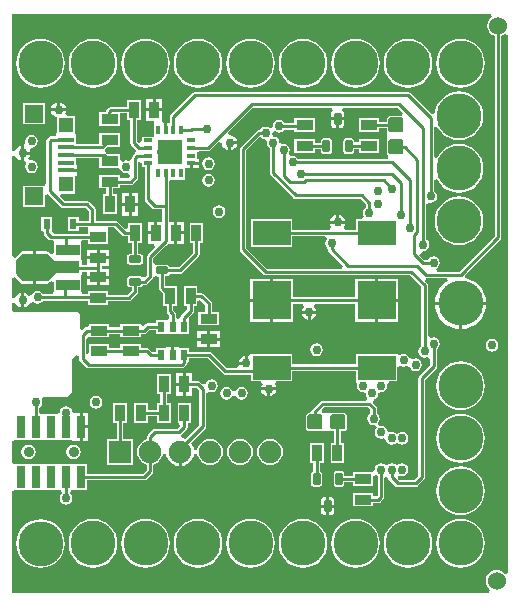
<source format=gtl>
G04 Layer_Physical_Order=1*
G04 Layer_Color=255*
%FSLAX43Y43*%
%MOMM*%
G71*
G01*
G75*
G04:AMPARAMS|DCode=10|XSize=3mm|YSize=2.25mm|CornerRadius=0mm|HoleSize=0mm|Usage=FLASHONLY|Rotation=180.000|XOffset=0mm|YOffset=0mm|HoleType=Round|Shape=Octagon|*
%AMOCTAGOND10*
4,1,8,-1.500,0.563,-1.500,-0.563,-0.938,-1.125,0.938,-1.125,1.500,-0.563,1.500,0.563,0.938,1.125,-0.938,1.125,-1.500,0.563,0.0*
%
%ADD10OCTAGOND10*%

G04:AMPARAMS|DCode=11|XSize=2mm|YSize=0.9mm|CornerRadius=0.004mm|HoleSize=0mm|Usage=FLASHONLY|Rotation=180.000|XOffset=0mm|YOffset=0mm|HoleType=Round|Shape=RoundedRectangle|*
%AMROUNDEDRECTD11*
21,1,2.000,0.891,0,0,180.0*
21,1,1.991,0.900,0,0,180.0*
1,1,0.009,-0.996,0.446*
1,1,0.009,0.996,0.446*
1,1,0.009,0.996,-0.446*
1,1,0.009,-0.996,-0.446*
%
%ADD11ROUNDEDRECTD11*%
G04:AMPARAMS|DCode=12|XSize=2.1mm|YSize=1mm|CornerRadius=0.005mm|HoleSize=0mm|Usage=FLASHONLY|Rotation=180.000|XOffset=0mm|YOffset=0mm|HoleType=Round|Shape=RoundedRectangle|*
%AMROUNDEDRECTD12*
21,1,2.100,0.990,0,0,180.0*
21,1,2.090,1.000,0,0,180.0*
1,1,0.010,-1.045,0.495*
1,1,0.010,1.045,0.495*
1,1,0.010,1.045,-0.495*
1,1,0.010,-1.045,-0.495*
%
%ADD12ROUNDEDRECTD12*%
%ADD13R,1.400X0.850*%
%ADD14R,0.850X1.400*%
G04:AMPARAMS|DCode=15|XSize=0.6mm|YSize=1mm|CornerRadius=0.075mm|HoleSize=0mm|Usage=FLASHONLY|Rotation=0.000|XOffset=0mm|YOffset=0mm|HoleType=Round|Shape=RoundedRectangle|*
%AMROUNDEDRECTD15*
21,1,0.600,0.850,0,0,0.0*
21,1,0.450,1.000,0,0,0.0*
1,1,0.150,0.225,-0.425*
1,1,0.150,-0.225,-0.425*
1,1,0.150,-0.225,0.425*
1,1,0.150,0.225,0.425*
%
%ADD15ROUNDEDRECTD15*%
G04:AMPARAMS|DCode=16|XSize=1.27mm|YSize=1.27mm|CornerRadius=0.159mm|HoleSize=0mm|Usage=FLASHONLY|Rotation=90.000|XOffset=0mm|YOffset=0mm|HoleType=Round|Shape=RoundedRectangle|*
%AMROUNDEDRECTD16*
21,1,1.270,0.953,0,0,90.0*
21,1,0.953,1.270,0,0,90.0*
1,1,0.318,0.476,0.476*
1,1,0.318,0.476,-0.476*
1,1,0.318,-0.476,-0.476*
1,1,0.318,-0.476,0.476*
%
%ADD16ROUNDEDRECTD16*%
G04:AMPARAMS|DCode=17|XSize=1.27mm|YSize=1.27mm|CornerRadius=0.159mm|HoleSize=0mm|Usage=FLASHONLY|Rotation=0.000|XOffset=0mm|YOffset=0mm|HoleType=Round|Shape=RoundedRectangle|*
%AMROUNDEDRECTD17*
21,1,1.270,0.953,0,0,0.0*
21,1,0.953,1.270,0,0,0.0*
1,1,0.318,0.476,-0.476*
1,1,0.318,-0.476,-0.476*
1,1,0.318,-0.476,0.476*
1,1,0.318,0.476,0.476*
%
%ADD17ROUNDEDRECTD17*%
G04:AMPARAMS|DCode=18|XSize=0.3mm|YSize=0.75mm|CornerRadius=0.075mm|HoleSize=0mm|Usage=FLASHONLY|Rotation=0.000|XOffset=0mm|YOffset=0mm|HoleType=Round|Shape=RoundedRectangle|*
%AMROUNDEDRECTD18*
21,1,0.300,0.600,0,0,0.0*
21,1,0.150,0.750,0,0,0.0*
1,1,0.150,0.075,-0.300*
1,1,0.150,-0.075,-0.300*
1,1,0.150,-0.075,0.300*
1,1,0.150,0.075,0.300*
%
%ADD18ROUNDEDRECTD18*%
%ADD19R,0.300X0.750*%
%ADD20R,0.750X0.300*%
%ADD21R,2.150X2.150*%
%ADD22R,1.350X0.450*%
%ADD23R,0.740X1.850*%
%ADD24R,3.200X2.000*%
%ADD25R,3.200X3.200*%
%ADD26R,0.600X0.900*%
G04:AMPARAMS|DCode=27|XSize=0.6mm|YSize=1mm|CornerRadius=0.075mm|HoleSize=0mm|Usage=FLASHONLY|Rotation=270.000|XOffset=0mm|YOffset=0mm|HoleType=Round|Shape=RoundedRectangle|*
%AMROUNDEDRECTD27*
21,1,0.600,0.850,0,0,270.0*
21,1,0.450,1.000,0,0,270.0*
1,1,0.150,-0.425,-0.225*
1,1,0.150,-0.425,0.225*
1,1,0.150,0.425,0.225*
1,1,0.150,0.425,-0.225*
%
%ADD27ROUNDEDRECTD27*%
%ADD28R,0.630X0.830*%
%ADD29C,0.254*%
%ADD30C,1.524*%
%ADD31C,3.810*%
%ADD32C,1.905*%
%ADD33R,1.905X1.905*%
%ADD34R,1.250X1.250*%
%ADD35R,1.500X1.500*%
%ADD36C,0.900*%
%ADD37C,0.762*%
G36*
X7657Y36253D02*
X9214D01*
X9404Y36114D01*
X9455Y36037D01*
X9521Y35937D01*
X9698Y35820D01*
X9906Y35778D01*
X10035Y35804D01*
X10252Y35664D01*
X10280Y35633D01*
X10285Y35582D01*
X10086Y35365D01*
X9361D01*
Y35657D01*
X7657D01*
Y34503D01*
X8224D01*
Y33999D01*
X7946D01*
Y32295D01*
X9100D01*
Y33999D01*
X8794D01*
Y34503D01*
X9361D01*
Y34795D01*
X10315D01*
X10315Y34795D01*
X10424Y34817D01*
X10516Y34879D01*
X10869Y35232D01*
X10869Y35232D01*
X10931Y35324D01*
X10953Y35433D01*
X10953Y35433D01*
Y36734D01*
X10983Y36757D01*
X11237Y36631D01*
Y36315D01*
X11479D01*
Y33575D01*
X11479Y33575D01*
X11501Y33466D01*
X11563Y33374D01*
X12118Y32819D01*
X12118Y32819D01*
X12210Y32757D01*
X12319Y32735D01*
X12979D01*
Y31688D01*
X12559D01*
Y30734D01*
X12432D01*
Y30607D01*
X11753D01*
Y29780D01*
X12281D01*
X12378Y29545D01*
X11737Y28903D01*
X11675Y28811D01*
X11653Y28702D01*
X11653Y28702D01*
Y27169D01*
X11517Y27033D01*
X11250Y26998D01*
X11175Y27048D01*
X11086Y27066D01*
X10236D01*
X10147Y27048D01*
X10072Y26998D01*
X10022Y26923D01*
X10004Y26834D01*
Y26384D01*
X10022Y26295D01*
X10072Y26220D01*
X10147Y26170D01*
X10236Y26152D01*
X10376D01*
Y25892D01*
X10001Y25517D01*
X8400D01*
Y25809D01*
X6696D01*
Y25558D01*
X6212D01*
X6167Y25616D01*
X6095Y25806D01*
X6096Y25812D01*
X6107Y25868D01*
Y26758D01*
X6095Y26820D01*
X6093Y26824D01*
X6084Y26870D01*
X6108Y27067D01*
X6122Y27123D01*
X6134Y27131D01*
X6191Y27217D01*
X6211Y27318D01*
Y27459D01*
X6594D01*
Y27109D01*
X7548D01*
X8502D01*
Y27661D01*
X7833D01*
Y27954D01*
X8502D01*
Y28506D01*
X7548D01*
X6594D01*
Y28029D01*
X6211D01*
Y28308D01*
X6191Y28409D01*
X6134Y28495D01*
X6122Y28503D01*
X6108Y28559D01*
X6084Y28756D01*
X6093Y28802D01*
X6095Y28806D01*
X6107Y28868D01*
Y29758D01*
X6095Y29820D01*
X6079Y29844D01*
X6110Y29967D01*
X6179Y30098D01*
X6696D01*
Y29806D01*
X8400D01*
Y30957D01*
X8400Y30960D01*
X8408Y31211D01*
X8899D01*
X9578Y30533D01*
X9670Y30471D01*
X9779Y30449D01*
X9779Y30449D01*
X10105D01*
Y29882D01*
X10376D01*
Y28966D01*
X10236D01*
X10147Y28948D01*
X10072Y28898D01*
X10022Y28823D01*
X10004Y28734D01*
Y28284D01*
X10022Y28195D01*
X10072Y28120D01*
X10147Y28070D01*
X10236Y28052D01*
X11086D01*
X11175Y28070D01*
X11250Y28120D01*
X11300Y28195D01*
X11318Y28284D01*
Y28734D01*
X11300Y28823D01*
X11250Y28898D01*
X11175Y28948D01*
X11086Y28966D01*
X10946D01*
Y29882D01*
X11259D01*
Y31586D01*
X10105D01*
Y31131D01*
X9851Y31065D01*
X9218Y31697D01*
X9126Y31759D01*
X9017Y31781D01*
X9017Y31781D01*
X7341D01*
Y32695D01*
X7341Y32695D01*
X7319Y32804D01*
X7257Y32896D01*
X7257Y32896D01*
X6805Y33348D01*
X6713Y33410D01*
X6604Y33432D01*
X6604Y33432D01*
X4690D01*
X4296Y33826D01*
X4393Y34061D01*
X5603D01*
Y35559D01*
X5755D01*
Y35911D01*
X4826D01*
Y36165D01*
X5755D01*
Y36517D01*
X5653D01*
Y37053D01*
X7657D01*
Y36253D01*
D02*
G37*
G36*
X40853Y48991D02*
X40750Y48912D01*
X40603Y48721D01*
X40511Y48499D01*
X40480Y48260D01*
X40511Y48021D01*
X40603Y47799D01*
X40750Y47608D01*
X40941Y47461D01*
X41117Y47388D01*
Y30471D01*
X38109Y27463D01*
X36229D01*
X36197Y27556D01*
X36187Y27717D01*
X36326Y27809D01*
X36443Y27986D01*
X36485Y28194D01*
X36443Y28402D01*
X36326Y28579D01*
X36149Y28696D01*
X35941Y28738D01*
X35733Y28696D01*
X35556Y28579D01*
X35490Y28479D01*
X35170D01*
X34752Y28897D01*
X34765Y28986D01*
X35049Y29175D01*
X35052Y29174D01*
X35260Y29216D01*
X35437Y29333D01*
X35554Y29510D01*
X35596Y29718D01*
X35554Y29926D01*
X35437Y30103D01*
X35337Y30169D01*
Y33148D01*
X35591Y33299D01*
X35718Y33273D01*
X35926Y33315D01*
X36102Y33433D01*
X36220Y33609D01*
X36262Y33817D01*
X36220Y34025D01*
X36102Y34202D01*
X36003Y34269D01*
Y35215D01*
X36257Y35279D01*
X36381Y35046D01*
X36638Y34733D01*
X36951Y34476D01*
X37309Y34285D01*
X37697Y34167D01*
X38100Y34128D01*
X38503Y34167D01*
X38891Y34285D01*
X39249Y34476D01*
X39562Y34733D01*
X39819Y35046D01*
X40010Y35404D01*
X40128Y35792D01*
X40167Y36195D01*
X40128Y36598D01*
X40010Y36986D01*
X39819Y37344D01*
X39562Y37657D01*
X39249Y37914D01*
X38891Y38105D01*
X38503Y38223D01*
X38100Y38262D01*
X37697Y38223D01*
X37309Y38105D01*
X36951Y37914D01*
X36638Y37657D01*
X36381Y37344D01*
X36257Y37111D01*
X36003Y37175D01*
Y39660D01*
X36257Y39724D01*
X36381Y39491D01*
X36638Y39178D01*
X36951Y38921D01*
X37309Y38730D01*
X37697Y38612D01*
X38100Y38573D01*
X38503Y38612D01*
X38891Y38730D01*
X39249Y38921D01*
X39562Y39178D01*
X39819Y39491D01*
X40010Y39849D01*
X40128Y40237D01*
X40167Y40640D01*
X40128Y41043D01*
X40010Y41431D01*
X39819Y41789D01*
X39562Y42102D01*
X39249Y42359D01*
X38891Y42550D01*
X38503Y42668D01*
X38100Y42707D01*
X37697Y42668D01*
X37309Y42550D01*
X36951Y42359D01*
X36638Y42102D01*
X36381Y41789D01*
X36190Y41431D01*
X36072Y41043D01*
X36059Y40903D01*
X35794Y40809D01*
X33983Y42619D01*
X33891Y42681D01*
X33782Y42703D01*
X33782Y42703D01*
X15748D01*
X15748Y42703D01*
X15639Y42681D01*
X15547Y42619D01*
X15547Y42619D01*
X13713Y40785D01*
X13651Y40693D01*
X13629Y40584D01*
X13629Y40584D01*
Y40046D01*
X13391D01*
Y39417D01*
X13137D01*
Y40076D01*
X12984Y40194D01*
X12984Y40300D01*
Y41021D01*
X12305D01*
X11626D01*
Y40194D01*
X12301D01*
X12312Y39944D01*
X12312Y39940D01*
Y38921D01*
X12260D01*
Y38869D01*
X11237D01*
Y38481D01*
X11001Y38377D01*
X10840Y38504D01*
Y40296D01*
X11132D01*
Y42000D01*
X9978D01*
Y41433D01*
X8636D01*
X8636Y41433D01*
X8527Y41411D01*
X8435Y41349D01*
X8435Y41349D01*
X8294Y41208D01*
X8232Y41116D01*
X8210Y41007D01*
X7976Y40935D01*
X7657D01*
Y39781D01*
X9361D01*
Y40863D01*
X9978D01*
Y40296D01*
X10270D01*
Y38340D01*
X10270Y38340D01*
X10292Y38231D01*
X10354Y38139D01*
X10709Y37783D01*
X10719Y37710D01*
X10698Y37544D01*
X10669Y37482D01*
X10650Y37468D01*
X10650Y37468D01*
X10467Y37285D01*
X10405Y37193D01*
X10383Y37084D01*
X10383Y37084D01*
Y36950D01*
X10129Y36814D01*
X10114Y36824D01*
X9906Y36866D01*
X9698Y36824D01*
X9615Y36769D01*
X9361Y36889D01*
Y37407D01*
X8334D01*
X8202Y37539D01*
X8190Y37548D01*
X8160Y37619D01*
X8143Y37787D01*
X8155Y37851D01*
X8334Y38031D01*
X9361D01*
Y39185D01*
X7657D01*
Y38273D01*
X5653D01*
X5653Y39015D01*
X5603Y39249D01*
Y40615D01*
X4904D01*
X4769Y40869D01*
X4789Y40900D01*
X4813Y41021D01*
X3569D01*
X3593Y40900D01*
X3733Y40690D01*
X3943Y40550D01*
X4049Y40529D01*
Y39249D01*
X4001Y39027D01*
X3852Y38923D01*
X3586D01*
X3586Y38923D01*
X3477Y38901D01*
X3385Y38839D01*
X3228Y38682D01*
X3166Y38590D01*
X3144Y38481D01*
X3144Y38481D01*
Y34946D01*
X3028Y34740D01*
X2890Y34740D01*
X1224D01*
Y32936D01*
X3028D01*
Y33939D01*
X3066Y33968D01*
X3282Y34034D01*
X4371Y32946D01*
X4371Y32946D01*
X4463Y32884D01*
X4572Y32862D01*
X4572Y32862D01*
X6486D01*
X6771Y32577D01*
Y31781D01*
X5900D01*
Y32063D01*
X4966D01*
Y30929D01*
X5900D01*
Y31211D01*
X6688D01*
X6696Y30960D01*
X6696Y30957D01*
Y30668D01*
X3893D01*
X3670Y30922D01*
X3670Y30929D01*
X3670D01*
Y32063D01*
X2736D01*
Y30929D01*
X2834D01*
X2918Y30706D01*
X2940Y30597D01*
X3002Y30505D01*
X3325Y30182D01*
X3325Y30182D01*
X3417Y30120D01*
X3526Y30098D01*
X3526Y30098D01*
X3725D01*
X3793Y29967D01*
X3825Y29844D01*
X3809Y29820D01*
X3797Y29758D01*
Y29061D01*
X3543Y28956D01*
X3444Y29055D01*
X3327Y29103D01*
X3306D01*
X3217Y29192D01*
X2279D01*
Y28938D01*
X3327D01*
X4002Y28263D01*
Y27363D01*
X3327Y26688D01*
X2279D01*
Y26434D01*
X3217D01*
X3306Y26523D01*
X3327D01*
X3444Y26571D01*
X3543Y26670D01*
X3797Y26565D01*
Y25868D01*
X3808Y25812D01*
X3809Y25806D01*
X3737Y25616D01*
X3692Y25558D01*
X2864D01*
X2798Y25658D01*
X2621Y25775D01*
X2413Y25817D01*
X2205Y25775D01*
X2028Y25658D01*
X1911Y25481D01*
X1909Y25473D01*
X1639Y25419D01*
X1601Y25477D01*
X1391Y25617D01*
X1270Y25641D01*
Y25019D01*
Y24397D01*
X1391Y24421D01*
X1601Y24561D01*
X1741Y24771D01*
X1755Y24841D01*
X2025Y24894D01*
X2028Y24888D01*
X2205Y24771D01*
X2413Y24729D01*
X2621Y24771D01*
X2798Y24888D01*
X2864Y24988D01*
X6696D01*
Y24655D01*
X8400D01*
Y24947D01*
X10119D01*
X10119Y24947D01*
X10228Y24969D01*
X10320Y25031D01*
X10862Y25573D01*
X10862Y25573D01*
X10924Y25665D01*
X10946Y25774D01*
Y26152D01*
X11086D01*
X11175Y26170D01*
X11250Y26220D01*
X11300Y26295D01*
X11496Y26324D01*
X11605Y26346D01*
X11697Y26408D01*
X12139Y26850D01*
X12139Y26850D01*
X12201Y26942D01*
X12209Y26980D01*
X12430Y27091D01*
X12669Y26964D01*
Y26063D01*
X12669Y26063D01*
X12691Y25954D01*
X12753Y25862D01*
X13040Y25575D01*
Y24548D01*
X13332D01*
Y24102D01*
X13332Y24102D01*
X13354Y23993D01*
X13416Y23901D01*
X13558Y23758D01*
Y23492D01*
X13345Y23392D01*
X13137Y23392D01*
X12441D01*
Y23075D01*
X11741D01*
X11741Y23075D01*
X11632Y23053D01*
X11540Y22991D01*
X11540Y22991D01*
X11393Y22845D01*
X11139Y22950D01*
Y23042D01*
X9435D01*
Y22750D01*
X8472D01*
Y23042D01*
X6768D01*
Y22913D01*
X6590Y22750D01*
X6481Y22728D01*
X6389Y22666D01*
X6389Y22666D01*
X6254Y22532D01*
X6000Y22637D01*
Y23749D01*
X5978Y23858D01*
X5916Y23950D01*
X5824Y24012D01*
X5715Y24034D01*
X635D01*
X539Y24015D01*
X523Y24014D01*
X285Y24150D01*
Y24776D01*
X539Y24801D01*
X545Y24771D01*
X685Y24561D01*
X895Y24421D01*
X1016Y24397D01*
Y25019D01*
Y25641D01*
X895Y25617D01*
X685Y25477D01*
X545Y25267D01*
X539Y25237D01*
X285Y25262D01*
Y26877D01*
X539Y26983D01*
X1087Y26434D01*
X2025D01*
Y26688D01*
X1152D01*
X652Y27188D01*
Y28438D01*
X1152Y28938D01*
X2025D01*
Y29192D01*
X1087D01*
X539Y28643D01*
X285Y28749D01*
Y37222D01*
X539Y37247D01*
X545Y37217D01*
X685Y37007D01*
X895Y36867D01*
X1016Y36843D01*
Y37465D01*
Y38087D01*
X895Y38063D01*
X685Y37923D01*
X545Y37713D01*
X539Y37683D01*
X285Y37708D01*
Y49245D01*
X40767D01*
X40853Y48991D01*
D02*
G37*
G36*
X42175Y47521D02*
X42260Y47459D01*
Y1905D01*
X42006Y1819D01*
X41927Y1922D01*
X41736Y2069D01*
X41514Y2161D01*
X41275Y2192D01*
X41036Y2161D01*
X40814Y2069D01*
X40623Y1922D01*
X40476Y1731D01*
X40384Y1509D01*
X40353Y1270D01*
X40384Y1031D01*
X40476Y809D01*
X40623Y618D01*
X40726Y539D01*
X40640Y285D01*
X285D01*
Y8876D01*
X494Y8986D01*
X539Y8986D01*
X1510D01*
X1538Y8986D01*
X1764D01*
X1792Y8986D01*
X2780D01*
X2808Y8986D01*
X3034D01*
X3062Y8986D01*
X4050D01*
X4078Y8986D01*
X4304D01*
X4436Y8925D01*
X4449Y8645D01*
X4441Y8640D01*
X4324Y8463D01*
X4282Y8255D01*
X4324Y8047D01*
X4441Y7870D01*
X4618Y7753D01*
X4826Y7711D01*
X5034Y7753D01*
X5211Y7870D01*
X5328Y8047D01*
X5370Y8255D01*
X5328Y8463D01*
X5211Y8640D01*
X5203Y8645D01*
X5216Y8925D01*
X5348Y8986D01*
X5574D01*
X5602Y8986D01*
X6618D01*
Y9778D01*
X11460D01*
X11460Y9778D01*
X11569Y9800D01*
X11661Y9861D01*
X12139Y10340D01*
X12139Y10340D01*
X12201Y10432D01*
X12223Y10541D01*
X12223Y10541D01*
Y11115D01*
X12226Y11116D01*
X12495Y11227D01*
X12726Y11404D01*
X12903Y11635D01*
X13014Y11904D01*
X13029Y12011D01*
X13285D01*
X13303Y11877D01*
X13424Y11584D01*
X13618Y11332D01*
X13870Y11138D01*
X14163Y11017D01*
X14351Y10992D01*
Y12192D01*
X14605D01*
Y10992D01*
X14793Y11017D01*
X15086Y11138D01*
X15338Y11332D01*
X15532Y11584D01*
X15653Y11877D01*
X15671Y12011D01*
X15927D01*
X15942Y11904D01*
X16053Y11635D01*
X16230Y11404D01*
X16461Y11227D01*
X16730Y11116D01*
X17018Y11078D01*
X17306Y11116D01*
X17575Y11227D01*
X17806Y11404D01*
X17983Y11635D01*
X18094Y11904D01*
X18132Y12192D01*
X18094Y12480D01*
X17983Y12749D01*
X17806Y12980D01*
X17575Y13157D01*
X17306Y13268D01*
X17018Y13306D01*
X16730Y13268D01*
X16461Y13157D01*
X16230Y12980D01*
X16053Y12749D01*
X15942Y12480D01*
X15927Y12373D01*
X15671D01*
X15653Y12507D01*
X15532Y12800D01*
X15403Y12968D01*
X16584Y14150D01*
X16584Y14150D01*
X16646Y14242D01*
X16668Y14351D01*
Y17152D01*
X16922Y17288D01*
X16937Y17278D01*
X17145Y17236D01*
X17353Y17278D01*
X17530Y17395D01*
X17647Y17572D01*
X17689Y17780D01*
X17647Y17988D01*
X17530Y18165D01*
X17353Y18282D01*
X17145Y18324D01*
X16937Y18282D01*
X16760Y18165D01*
X16659Y18012D01*
X16607Y17982D01*
X16374Y17938D01*
X16203Y18108D01*
X16111Y18170D01*
X16002Y18192D01*
X16002Y18192D01*
X15524D01*
Y18861D01*
X14972D01*
Y17907D01*
Y16953D01*
X15524D01*
Y17622D01*
X15884D01*
X16098Y17408D01*
Y14469D01*
X14937Y13308D01*
X14793Y13367D01*
X14631Y13389D01*
X14567Y13596D01*
X14565Y13654D01*
X15046Y14136D01*
X15046Y14136D01*
X15108Y14228D01*
X15130Y14337D01*
X15130Y14337D01*
Y14642D01*
X15422D01*
Y16346D01*
X14268D01*
Y14642D01*
X14397D01*
X14493Y14388D01*
X14233Y14128D01*
X12319D01*
X12319Y14128D01*
X12210Y14106D01*
X12118Y14044D01*
X11737Y13663D01*
X11675Y13571D01*
X11653Y13462D01*
X11650Y13268D01*
X11381Y13157D01*
X11150Y12980D01*
X10973Y12749D01*
X10862Y12480D01*
X10824Y12192D01*
X10862Y11904D01*
X10973Y11635D01*
X11150Y11404D01*
X11381Y11227D01*
X11650Y11116D01*
X11653Y11115D01*
Y10659D01*
X11342Y10348D01*
X6618D01*
Y11140D01*
X5602D01*
X5574Y11140D01*
X5348D01*
X5320Y11140D01*
X4332D01*
X4304Y11140D01*
X4078D01*
X4050Y11140D01*
X3062D01*
X3034Y11140D01*
X2808D01*
X2780Y11140D01*
X1792D01*
X1764Y11140D01*
X1538D01*
X1510Y11140D01*
X539D01*
X494Y11140D01*
X285Y11250D01*
Y13126D01*
X494Y13236D01*
X539Y13236D01*
X1510D01*
X1538Y13236D01*
X1764D01*
X1792Y13236D01*
X2780D01*
X2808Y13236D01*
X3034D01*
X3062Y13236D01*
X4050D01*
X4078Y13236D01*
X4304D01*
X4332Y13236D01*
X5260Y13236D01*
X5472Y13134D01*
X5560Y13134D01*
X5969D01*
Y14313D01*
Y15492D01*
X5610D01*
X5471Y15493D01*
X5331Y15688D01*
X5328Y15702D01*
X5211Y15879D01*
X5034Y15996D01*
X4826Y16038D01*
X4618Y15996D01*
X4441Y15879D01*
X4324Y15702D01*
X4285Y15506D01*
X4198Y15457D01*
X4044Y15390D01*
X3062D01*
X3034Y15390D01*
X2808D01*
X2571Y15500D01*
Y15932D01*
X2671Y15998D01*
X2788Y16175D01*
X2830Y16383D01*
X2788Y16591D01*
X2778Y16606D01*
X2914Y16860D01*
X4826D01*
X4826Y16860D01*
X4935Y16882D01*
X5027Y16944D01*
X5281Y17198D01*
X5281Y17198D01*
X5343Y17290D01*
X5365Y17399D01*
Y20075D01*
X5684Y20394D01*
X5938Y20289D01*
Y20066D01*
X5938Y20066D01*
X5960Y19957D01*
X6022Y19865D01*
X6530Y19357D01*
X6530Y19357D01*
X6622Y19295D01*
X6731Y19273D01*
X6731Y19273D01*
X14605D01*
X14605Y19273D01*
X14714Y19295D01*
X14806Y19357D01*
X14994Y19545D01*
X15056Y19637D01*
X15078Y19746D01*
X15245Y19788D01*
Y20105D01*
X16830D01*
X18112Y18823D01*
X18112Y18823D01*
X18204Y18761D01*
X18313Y18740D01*
X20473D01*
Y18167D01*
X21353D01*
X21374Y18143D01*
X21466Y17913D01*
X21373Y17774D01*
X21349Y17653D01*
X22593D01*
X22569Y17774D01*
X22476Y17913D01*
X22568Y18143D01*
X22589Y18167D01*
X23977D01*
Y19034D01*
X29363D01*
Y18167D01*
X29363Y18167D01*
X29455Y17913D01*
X29428Y17780D01*
X29470Y17572D01*
X29587Y17395D01*
X29764Y17278D01*
X29950Y17240D01*
X30190Y17145D01*
X30232Y16937D01*
X30326Y16795D01*
X30287Y16654D01*
X30221Y16541D01*
X26543D01*
X26434Y16519D01*
X26342Y16457D01*
X26342Y16457D01*
X25707Y15822D01*
X25645Y15730D01*
X25623Y15621D01*
X25408Y15521D01*
X25310Y15501D01*
X25207Y15433D01*
X25139Y15330D01*
X25115Y15208D01*
Y14256D01*
X25139Y14134D01*
X25207Y14031D01*
X25310Y13963D01*
X25432Y13939D01*
X26384D01*
X26506Y13963D01*
X26517Y13970D01*
X27204D01*
X27215Y13963D01*
X27337Y13939D01*
X27514D01*
Y12917D01*
X27222D01*
Y11213D01*
X28376D01*
Y12917D01*
X28084D01*
Y13939D01*
X28289D01*
X28411Y13963D01*
X28514Y14031D01*
X28582Y14134D01*
X28607Y14256D01*
Y15208D01*
X28582Y15330D01*
X28514Y15433D01*
X28411Y15501D01*
X28289Y15526D01*
X27337D01*
X27215Y15501D01*
X27204Y15494D01*
X26543D01*
X26497Y15551D01*
X26459Y15770D01*
X26661Y15971D01*
X30362D01*
X30576Y15757D01*
Y15437D01*
X30476Y15371D01*
X30359Y15194D01*
X30317Y14986D01*
X30359Y14778D01*
X30476Y14601D01*
X30653Y14484D01*
X30861Y14442D01*
X30996Y14469D01*
X31115Y14234D01*
X31111Y14228D01*
X31096Y14204D01*
X30994Y14051D01*
X30952Y13843D01*
X30994Y13635D01*
X31111Y13458D01*
X31288Y13341D01*
X31496Y13299D01*
X31605Y13321D01*
X31716Y13327D01*
X31878Y13151D01*
X31883Y13127D01*
X32000Y12950D01*
X32177Y12833D01*
X32385Y12791D01*
X32593Y12833D01*
X32641Y12865D01*
X32829Y12930D01*
X33018Y12865D01*
X33066Y12833D01*
X33274Y12791D01*
X33482Y12833D01*
X33659Y12950D01*
X33776Y13127D01*
X33818Y13335D01*
X33776Y13543D01*
X33659Y13720D01*
X33482Y13837D01*
X33274Y13879D01*
X33066Y13837D01*
X33018Y13805D01*
X32829Y13740D01*
X32641Y13805D01*
X32593Y13837D01*
X32385Y13879D01*
X32276Y13857D01*
X32165Y13851D01*
X32003Y14027D01*
X31998Y14051D01*
X31881Y14228D01*
X31704Y14345D01*
X31496Y14387D01*
X31361Y14360D01*
X31242Y14595D01*
X31246Y14601D01*
X31261Y14625D01*
X31363Y14778D01*
X31405Y14986D01*
X31363Y15194D01*
X31246Y15371D01*
X31146Y15437D01*
Y15875D01*
X31146Y15875D01*
X31124Y15984D01*
X31062Y16076D01*
X30786Y16353D01*
X30870Y16628D01*
X30942Y16643D01*
X31119Y16760D01*
X31236Y16937D01*
X31278Y17145D01*
X31518Y17240D01*
X31704Y17278D01*
X31881Y17395D01*
X31998Y17572D01*
X32040Y17780D01*
X32013Y17913D01*
X32132Y18116D01*
X32185Y18167D01*
X32867D01*
Y19355D01*
X33121Y19484D01*
X33193Y19437D01*
X33401Y19395D01*
X33609Y19437D01*
X33635Y19454D01*
X33915Y19350D01*
X33921Y19340D01*
X34032Y19173D01*
X34209Y19056D01*
X34417Y19014D01*
X34625Y19056D01*
X34802Y19173D01*
X34919Y19350D01*
X34961Y19558D01*
X34919Y19766D01*
X34802Y19943D01*
X34625Y20060D01*
X34417Y20102D01*
X34209Y20060D01*
X34183Y20043D01*
X33903Y20147D01*
X33897Y20157D01*
X33786Y20324D01*
X33609Y20441D01*
X33401Y20483D01*
X33193Y20441D01*
X33121Y20394D01*
X32867Y20471D01*
Y20471D01*
X29363D01*
Y19604D01*
X23977D01*
Y20471D01*
X21521D01*
X21463Y20483D01*
X21405Y20471D01*
X20473D01*
Y20459D01*
X20219Y20302D01*
X20193Y20307D01*
Y19685D01*
X20066D01*
Y19558D01*
X19439D01*
X19271Y19309D01*
X18431D01*
X17149Y20591D01*
X17057Y20653D01*
X16948Y20675D01*
X16948Y20675D01*
X15245D01*
Y20992D01*
X14397D01*
Y21094D01*
X13970D01*
Y20390D01*
X13716D01*
Y21094D01*
X13289D01*
Y20992D01*
X12441D01*
Y20675D01*
X12113D01*
X11871Y20916D01*
X11779Y20978D01*
X11670Y21000D01*
X11670Y21000D01*
X11139D01*
Y21292D01*
X9435D01*
Y21000D01*
X8472D01*
Y21292D01*
X6768D01*
Y20583D01*
X6514Y20447D01*
X6508Y20451D01*
Y21716D01*
X6762Y21890D01*
X6768Y21888D01*
Y21888D01*
X8472D01*
Y22180D01*
X9435D01*
Y21888D01*
X11139D01*
Y22180D01*
X11416D01*
X11416Y22180D01*
X11525Y22202D01*
X11617Y22264D01*
X11859Y22505D01*
X12441D01*
Y22188D01*
X13137D01*
X13345Y22188D01*
X13599Y22188D01*
X14295Y22188D01*
X14549Y22188D01*
X15245D01*
Y23392D01*
X15245D01*
X15274Y23634D01*
X15568Y23929D01*
X15630Y24021D01*
X15652Y24130D01*
X15652Y24130D01*
Y24548D01*
X15944D01*
Y24969D01*
X16198Y25055D01*
X16606Y24647D01*
Y24058D01*
X16039D01*
Y22904D01*
X17743D01*
Y24058D01*
X17176D01*
Y24765D01*
X17154Y24874D01*
X17092Y24966D01*
X17092Y24966D01*
X16457Y25601D01*
X16365Y25663D01*
X16256Y25685D01*
X16256Y25685D01*
X15944D01*
Y26252D01*
X14790D01*
Y24548D01*
X15082D01*
Y24248D01*
X14592Y23757D01*
X14530Y23665D01*
X14515Y23590D01*
X14289Y23453D01*
X14128Y23543D01*
Y23876D01*
X14128Y23876D01*
X14106Y23985D01*
X14044Y24077D01*
X13902Y24220D01*
Y24548D01*
X14194D01*
Y26252D01*
X13239D01*
Y27102D01*
X13386D01*
X13475Y27120D01*
X13550Y27170D01*
X13600Y27245D01*
X13606Y27274D01*
X14478D01*
X14478Y27274D01*
X14587Y27296D01*
X14679Y27358D01*
X16062Y28741D01*
X16062Y28741D01*
X16124Y28833D01*
X16146Y28942D01*
Y29882D01*
X16438D01*
Y31586D01*
X15284D01*
Y29882D01*
X15576D01*
Y29060D01*
X14360Y27844D01*
X13606D01*
X13600Y27873D01*
X13550Y27948D01*
X13475Y27998D01*
X13386Y28016D01*
X12536D01*
X12477Y28004D01*
X12412Y28022D01*
X12223Y28147D01*
Y28584D01*
X13258Y29619D01*
X13432Y29780D01*
Y29780D01*
X13432Y29780D01*
X13984D01*
Y30734D01*
Y31688D01*
X13549D01*
Y33020D01*
Y35012D01*
X13612Y35240D01*
X14216D01*
Y35240D01*
X14262D01*
Y35240D01*
X14866D01*
Y36213D01*
X15287D01*
Y36617D01*
X15414D01*
Y36744D01*
X16043D01*
Y37021D01*
X15941D01*
Y37569D01*
X16169Y37632D01*
X16835D01*
X16835Y37632D01*
X16944Y37654D01*
X17036Y37716D01*
X17784Y38463D01*
X17979Y38374D01*
X18024Y38344D01*
X18071Y38106D01*
X18211Y37896D01*
X18421Y37756D01*
X18542Y37732D01*
Y38354D01*
X18669D01*
Y38481D01*
X19291D01*
X19267Y38602D01*
X19127Y38812D01*
X18917Y38952D01*
X18679Y38999D01*
X18649Y39044D01*
X18560Y39239D01*
X20667Y41346D01*
X27352D01*
X27405Y41092D01*
X27351Y41055D01*
X27278Y40946D01*
X27253Y40818D01*
Y40520D01*
X28373D01*
Y40818D01*
X28348Y40946D01*
X28275Y41055D01*
X28221Y41092D01*
X28274Y41346D01*
X32927D01*
X33368Y40906D01*
X33242Y40671D01*
X33242Y40672D01*
X32290D01*
X32168Y40647D01*
X32065Y40579D01*
X31997Y40476D01*
X31972Y40354D01*
Y40149D01*
X31332D01*
Y40441D01*
X29628D01*
Y39287D01*
X31332D01*
Y39579D01*
X31972D01*
Y39402D01*
X31997Y39280D01*
X32004Y39269D01*
Y38582D01*
X31997Y38571D01*
X31972Y38449D01*
Y37497D01*
X31997Y37375D01*
X32065Y37272D01*
X32111Y37242D01*
X32050Y36988D01*
X24454D01*
X24388Y37088D01*
X24211Y37205D01*
X24003Y37247D01*
X23853Y37217D01*
X23715Y37364D01*
X23685Y37423D01*
X23743Y37511D01*
X23785Y37719D01*
X23743Y37927D01*
X23626Y38104D01*
X23449Y38221D01*
X23241Y38263D01*
X23143Y38243D01*
X22954Y38343D01*
X22895Y38433D01*
X22867Y38575D01*
X22749Y38751D01*
X22573Y38869D01*
X22445Y38894D01*
X22354Y38934D01*
X22257Y39148D01*
X22266Y39197D01*
X22259Y39233D01*
X22420Y39332D01*
X22494Y39354D01*
X22652Y39249D01*
X22860Y39207D01*
X23068Y39249D01*
X23245Y39366D01*
X23311Y39466D01*
X24167D01*
Y39287D01*
X25871D01*
Y40441D01*
X24167D01*
Y40036D01*
X23311D01*
X23245Y40136D01*
X23068Y40253D01*
X22860Y40295D01*
X22652Y40253D01*
X22475Y40136D01*
X22358Y39959D01*
X22316Y39751D01*
X22323Y39715D01*
X22162Y39616D01*
X22088Y39594D01*
X21931Y39700D01*
X21723Y39741D01*
X21514Y39700D01*
X21338Y39582D01*
X21271Y39482D01*
X21163D01*
X21163Y39482D01*
X21054Y39460D01*
X20962Y39399D01*
X19611Y38047D01*
X19549Y37955D01*
X19527Y37846D01*
X19527Y37846D01*
Y29337D01*
X19527Y29337D01*
X19549Y29228D01*
X19611Y29136D01*
X21516Y27231D01*
X21516Y27231D01*
X21608Y27169D01*
X21717Y27147D01*
X33918D01*
X34894Y26171D01*
Y21152D01*
X34794Y21086D01*
X34677Y20909D01*
X34635Y20701D01*
X34677Y20493D01*
X34794Y20316D01*
X34971Y20199D01*
X35179Y20157D01*
X35387Y20199D01*
X35402Y20209D01*
X35656Y20073D01*
Y19549D01*
X34749Y18642D01*
X34687Y18549D01*
X34666Y18440D01*
X34666Y18440D01*
Y10176D01*
X34299Y9810D01*
X33011D01*
X32943Y9878D01*
X32947Y10132D01*
X32992Y10173D01*
X33032Y10188D01*
X33066Y10166D01*
X33274Y10124D01*
X33482Y10166D01*
X33659Y10283D01*
X33776Y10460D01*
X33818Y10668D01*
X33776Y10876D01*
X33659Y11053D01*
X33482Y11170D01*
X33274Y11212D01*
X33066Y11170D01*
X33018Y11138D01*
X32829Y11073D01*
X32641Y11138D01*
X32593Y11170D01*
X32385Y11212D01*
X32177Y11170D01*
X32129Y11138D01*
X31941Y11073D01*
X31752Y11138D01*
X31704Y11170D01*
X31496Y11212D01*
X31288Y11170D01*
X31111Y11053D01*
X30994Y10876D01*
X30955Y10683D01*
X30937Y10655D01*
X30730Y10483D01*
X29120D01*
Y10191D01*
X28397D01*
Y10331D01*
X28379Y10420D01*
X28329Y10495D01*
X28254Y10545D01*
X28165Y10563D01*
X27715D01*
X27626Y10545D01*
X27551Y10495D01*
X27501Y10420D01*
X27483Y10331D01*
Y9481D01*
X27501Y9392D01*
X27551Y9317D01*
X27626Y9267D01*
X27715Y9249D01*
X28165D01*
X28254Y9267D01*
X28329Y9317D01*
X28379Y9392D01*
X28397Y9481D01*
Y9621D01*
X29120D01*
Y9329D01*
X30824D01*
Y10132D01*
X31078Y10242D01*
X31211Y10138D01*
Y8500D01*
X31152Y8441D01*
X30824D01*
Y8733D01*
X29120D01*
Y7579D01*
X30824D01*
Y7871D01*
X31270D01*
X31270Y7871D01*
X31379Y7893D01*
X31471Y7955D01*
X31697Y8181D01*
X31759Y8273D01*
X31781Y8382D01*
X31781Y8382D01*
Y9985D01*
X31953Y10085D01*
X32108Y9995D01*
X32122Y9924D01*
X32184Y9832D01*
X32692Y9324D01*
X32692Y9324D01*
X32784Y9262D01*
X32893Y9240D01*
X32893Y9240D01*
X34417D01*
X34417Y9240D01*
X34526Y9262D01*
X34618Y9324D01*
X35152Y9857D01*
X35152Y9857D01*
X35214Y9949D01*
X35235Y10058D01*
X35235Y10058D01*
Y18322D01*
X36142Y19230D01*
X36142Y19230D01*
X36204Y19322D01*
X36226Y19431D01*
Y20885D01*
X36326Y20951D01*
X36443Y21128D01*
X36485Y21336D01*
X36443Y21544D01*
X36326Y21721D01*
X36149Y21838D01*
X35941Y21880D01*
X35733Y21838D01*
X35718Y21828D01*
X35464Y21964D01*
Y26289D01*
X35464Y26289D01*
X35442Y26398D01*
X35380Y26490D01*
X35380Y26490D01*
X35220Y26651D01*
X35280Y26820D01*
X35337Y26893D01*
X37090D01*
X37153Y26639D01*
X37022Y26569D01*
X36693Y26299D01*
X36423Y25970D01*
X36223Y25595D01*
X36099Y25188D01*
X36070Y24892D01*
X38227D01*
X40384D01*
X40355Y25188D01*
X40231Y25595D01*
X40031Y25970D01*
X39761Y26299D01*
X39432Y26569D01*
X39057Y26769D01*
X38691Y26880D01*
X38631Y27003D01*
X38604Y27153D01*
X41603Y30152D01*
X41665Y30244D01*
X41687Y30353D01*
X41687Y30353D01*
Y47388D01*
X41863Y47461D01*
X42006Y47571D01*
X42175Y47521D01*
D02*
G37*
G36*
X21338Y38813D02*
X21514Y38695D01*
X21642Y38669D01*
X21733Y38630D01*
X21831Y38416D01*
X21821Y38367D01*
X21862Y38159D01*
X21980Y37982D01*
X22080Y37916D01*
Y35801D01*
X22080Y35801D01*
X22102Y35692D01*
X22163Y35600D01*
X24056Y33708D01*
X24056Y33708D01*
X24148Y33646D01*
X24257Y33624D01*
X24257Y33624D01*
X29727D01*
X30195Y33156D01*
Y32836D01*
X30095Y32770D01*
X29978Y32593D01*
X29936Y32385D01*
X29978Y32177D01*
X30012Y32125D01*
X29876Y31871D01*
X29363D01*
Y31004D01*
X28452D01*
X28333Y31258D01*
X28411Y31375D01*
X28435Y31496D01*
X27191D01*
X27215Y31375D01*
X27293Y31258D01*
X27174Y31004D01*
X23977D01*
Y31871D01*
X20473D01*
Y29567D01*
X23977D01*
Y30434D01*
X26775D01*
X26829Y30358D01*
X26887Y30180D01*
X26803Y30053D01*
X26761Y29845D01*
X26803Y29637D01*
X26920Y29460D01*
X27020Y29394D01*
Y29337D01*
X27020Y29337D01*
X27042Y29228D01*
X27104Y29136D01*
X28268Y27971D01*
X28163Y27717D01*
X21835D01*
X20097Y29455D01*
Y37728D01*
X21195Y38827D01*
X21338Y38813D01*
D02*
G37*
%LPC*%
G36*
X7421Y29312D02*
X6594D01*
Y28760D01*
X7421D01*
Y29312D01*
D02*
G37*
G36*
X8502Y26855D02*
X7675D01*
Y26303D01*
X8502D01*
Y26855D01*
D02*
G37*
G36*
Y29312D02*
X7675D01*
Y28760D01*
X8502D01*
Y29312D01*
D02*
G37*
G36*
X7421Y26855D02*
X6594D01*
Y26303D01*
X7421D01*
Y26855D01*
D02*
G37*
G36*
X12305Y31688D02*
X11753D01*
Y30861D01*
X12305D01*
Y31688D01*
D02*
G37*
G36*
X10146Y34101D02*
X9594D01*
Y33274D01*
X10146D01*
Y34101D01*
D02*
G37*
G36*
X10952Y33020D02*
X10400D01*
Y32193D01*
X10952D01*
Y33020D01*
D02*
G37*
G36*
Y34101D02*
X10400D01*
Y33274D01*
X10952D01*
Y34101D01*
D02*
G37*
G36*
X10146Y33020D02*
X9594D01*
Y32193D01*
X10146D01*
Y33020D01*
D02*
G37*
G36*
X3028Y41740D02*
X1224D01*
Y39936D01*
X3028D01*
Y41740D01*
D02*
G37*
G36*
X4064Y41770D02*
X3943Y41746D01*
X3733Y41606D01*
X3593Y41396D01*
X3569Y41275D01*
X4064D01*
Y41770D01*
D02*
G37*
G36*
X12178Y42102D02*
X11626D01*
Y41275D01*
X12178D01*
Y42102D01*
D02*
G37*
G36*
X1905Y39025D02*
X1697Y38983D01*
X1520Y38866D01*
X1403Y38689D01*
X1361Y38481D01*
X1393Y38322D01*
X1293Y38171D01*
X1270Y38150D01*
Y37592D01*
X1765D01*
X1741Y37713D01*
X1895Y37939D01*
X1905Y37937D01*
X2113Y37979D01*
X2290Y38096D01*
X2407Y38273D01*
X2449Y38481D01*
X2407Y38689D01*
X2290Y38866D01*
X2113Y38983D01*
X1905Y39025D01*
D02*
G37*
G36*
X4318Y41770D02*
Y41275D01*
X4813D01*
X4789Y41396D01*
X4649Y41606D01*
X4439Y41746D01*
X4318Y41770D01*
D02*
G37*
G36*
X24892Y47152D02*
X24489Y47113D01*
X24101Y46995D01*
X23743Y46804D01*
X23430Y46547D01*
X23173Y46234D01*
X22982Y45876D01*
X22864Y45488D01*
X22825Y45085D01*
X22864Y44682D01*
X22982Y44294D01*
X23173Y43936D01*
X23430Y43623D01*
X23743Y43366D01*
X24101Y43175D01*
X24489Y43057D01*
X24892Y43018D01*
X25295Y43057D01*
X25683Y43175D01*
X26041Y43366D01*
X26354Y43623D01*
X26611Y43936D01*
X26802Y44294D01*
X26920Y44682D01*
X26959Y45085D01*
X26920Y45488D01*
X26802Y45876D01*
X26611Y46234D01*
X26354Y46547D01*
X26041Y46804D01*
X25683Y46995D01*
X25295Y47113D01*
X24892Y47152D01*
D02*
G37*
G36*
X20447D02*
X20044Y47113D01*
X19656Y46995D01*
X19298Y46804D01*
X18985Y46547D01*
X18728Y46234D01*
X18537Y45876D01*
X18419Y45488D01*
X18380Y45085D01*
X18419Y44682D01*
X18537Y44294D01*
X18728Y43936D01*
X18985Y43623D01*
X19298Y43366D01*
X19656Y43175D01*
X20044Y43057D01*
X20447Y43018D01*
X20850Y43057D01*
X21238Y43175D01*
X21596Y43366D01*
X21909Y43623D01*
X22166Y43936D01*
X22357Y44294D01*
X22475Y44682D01*
X22514Y45085D01*
X22475Y45488D01*
X22357Y45876D01*
X22166Y46234D01*
X21909Y46547D01*
X21596Y46804D01*
X21238Y46995D01*
X20850Y47113D01*
X20447Y47152D01*
D02*
G37*
G36*
X29337D02*
X28934Y47113D01*
X28546Y46995D01*
X28188Y46804D01*
X27875Y46547D01*
X27618Y46234D01*
X27427Y45876D01*
X27309Y45488D01*
X27270Y45085D01*
X27309Y44682D01*
X27427Y44294D01*
X27618Y43936D01*
X27875Y43623D01*
X28188Y43366D01*
X28546Y43175D01*
X28934Y43057D01*
X29337Y43018D01*
X29740Y43057D01*
X30128Y43175D01*
X30486Y43366D01*
X30799Y43623D01*
X31056Y43936D01*
X31247Y44294D01*
X31365Y44682D01*
X31404Y45085D01*
X31365Y45488D01*
X31247Y45876D01*
X31056Y46234D01*
X30799Y46547D01*
X30486Y46804D01*
X30128Y46995D01*
X29740Y47113D01*
X29337Y47152D01*
D02*
G37*
G36*
X38227D02*
X37824Y47113D01*
X37436Y46995D01*
X37078Y46804D01*
X36765Y46547D01*
X36508Y46234D01*
X36317Y45876D01*
X36199Y45488D01*
X36160Y45085D01*
X36199Y44682D01*
X36317Y44294D01*
X36508Y43936D01*
X36765Y43623D01*
X37078Y43366D01*
X37436Y43175D01*
X37824Y43057D01*
X38227Y43018D01*
X38630Y43057D01*
X39018Y43175D01*
X39376Y43366D01*
X39689Y43623D01*
X39946Y43936D01*
X40137Y44294D01*
X40255Y44682D01*
X40294Y45085D01*
X40255Y45488D01*
X40137Y45876D01*
X39946Y46234D01*
X39689Y46547D01*
X39376Y46804D01*
X39018Y46995D01*
X38630Y47113D01*
X38227Y47152D01*
D02*
G37*
G36*
X33782D02*
X33379Y47113D01*
X32991Y46995D01*
X32633Y46804D01*
X32320Y46547D01*
X32063Y46234D01*
X31872Y45876D01*
X31754Y45488D01*
X31715Y45085D01*
X31754Y44682D01*
X31872Y44294D01*
X32063Y43936D01*
X32320Y43623D01*
X32633Y43366D01*
X32991Y43175D01*
X33379Y43057D01*
X33782Y43018D01*
X34185Y43057D01*
X34573Y43175D01*
X34931Y43366D01*
X35244Y43623D01*
X35501Y43936D01*
X35692Y44294D01*
X35810Y44682D01*
X35849Y45085D01*
X35810Y45488D01*
X35692Y45876D01*
X35501Y46234D01*
X35244Y46547D01*
X34931Y46804D01*
X34573Y46995D01*
X34185Y47113D01*
X33782Y47152D01*
D02*
G37*
G36*
X2667D02*
X2264Y47113D01*
X1876Y46995D01*
X1518Y46804D01*
X1205Y46547D01*
X948Y46234D01*
X757Y45876D01*
X639Y45488D01*
X600Y45085D01*
X639Y44682D01*
X757Y44294D01*
X948Y43936D01*
X1205Y43623D01*
X1518Y43366D01*
X1876Y43175D01*
X2264Y43057D01*
X2667Y43018D01*
X3070Y43057D01*
X3458Y43175D01*
X3816Y43366D01*
X4129Y43623D01*
X4386Y43936D01*
X4577Y44294D01*
X4695Y44682D01*
X4734Y45085D01*
X4695Y45488D01*
X4577Y45876D01*
X4386Y46234D01*
X4129Y46547D01*
X3816Y46804D01*
X3458Y46995D01*
X3070Y47113D01*
X2667Y47152D01*
D02*
G37*
G36*
X12984Y42102D02*
X12432D01*
Y41275D01*
X12984D01*
Y42102D01*
D02*
G37*
G36*
X7112Y47152D02*
X6709Y47113D01*
X6321Y46995D01*
X5963Y46804D01*
X5650Y46547D01*
X5393Y46234D01*
X5202Y45876D01*
X5084Y45488D01*
X5045Y45085D01*
X5084Y44682D01*
X5202Y44294D01*
X5393Y43936D01*
X5650Y43623D01*
X5963Y43366D01*
X6321Y43175D01*
X6709Y43057D01*
X7112Y43018D01*
X7515Y43057D01*
X7903Y43175D01*
X8261Y43366D01*
X8574Y43623D01*
X8831Y43936D01*
X9022Y44294D01*
X9140Y44682D01*
X9179Y45085D01*
X9140Y45488D01*
X9022Y45876D01*
X8831Y46234D01*
X8574Y46547D01*
X8261Y46804D01*
X7903Y46995D01*
X7515Y47113D01*
X7112Y47152D01*
D02*
G37*
G36*
X16002D02*
X15599Y47113D01*
X15211Y46995D01*
X14853Y46804D01*
X14540Y46547D01*
X14283Y46234D01*
X14092Y45876D01*
X13974Y45488D01*
X13935Y45085D01*
X13974Y44682D01*
X14092Y44294D01*
X14283Y43936D01*
X14540Y43623D01*
X14853Y43366D01*
X15211Y43175D01*
X15599Y43057D01*
X16002Y43018D01*
X16405Y43057D01*
X16793Y43175D01*
X17151Y43366D01*
X17464Y43623D01*
X17721Y43936D01*
X17912Y44294D01*
X18030Y44682D01*
X18069Y45085D01*
X18030Y45488D01*
X17912Y45876D01*
X17721Y46234D01*
X17464Y46547D01*
X17151Y46804D01*
X16793Y46995D01*
X16405Y47113D01*
X16002Y47152D01*
D02*
G37*
G36*
X11557D02*
X11154Y47113D01*
X10766Y46995D01*
X10408Y46804D01*
X10095Y46547D01*
X9838Y46234D01*
X9647Y45876D01*
X9529Y45488D01*
X9490Y45085D01*
X9529Y44682D01*
X9647Y44294D01*
X9838Y43936D01*
X10095Y43623D01*
X10408Y43366D01*
X10766Y43175D01*
X11154Y43057D01*
X11557Y43018D01*
X11960Y43057D01*
X12348Y43175D01*
X12706Y43366D01*
X13019Y43623D01*
X13276Y43936D01*
X13467Y44294D01*
X13585Y44682D01*
X13624Y45085D01*
X13585Y45488D01*
X13467Y45876D01*
X13276Y46234D01*
X13019Y46547D01*
X12706Y46804D01*
X12348Y46995D01*
X11960Y47113D01*
X11557Y47152D01*
D02*
G37*
G36*
X38100Y33817D02*
X37697Y33778D01*
X37309Y33660D01*
X36951Y33469D01*
X36638Y33212D01*
X36381Y32899D01*
X36190Y32541D01*
X36072Y32153D01*
X36033Y31750D01*
X36072Y31347D01*
X36190Y30959D01*
X36381Y30601D01*
X36638Y30288D01*
X36951Y30031D01*
X37309Y29840D01*
X37697Y29722D01*
X38100Y29683D01*
X38503Y29722D01*
X38891Y29840D01*
X39249Y30031D01*
X39562Y30288D01*
X39819Y30601D01*
X40010Y30959D01*
X40128Y31347D01*
X40167Y31750D01*
X40128Y32153D01*
X40010Y32541D01*
X39819Y32899D01*
X39562Y33212D01*
X39249Y33469D01*
X38891Y33660D01*
X38503Y33778D01*
X38100Y33817D01*
D02*
G37*
G36*
X1765Y37338D02*
X1270D01*
Y36843D01*
X1316Y36852D01*
X1478Y36643D01*
X1403Y36530D01*
X1361Y36322D01*
X1403Y36114D01*
X1520Y35937D01*
X1697Y35820D01*
X1905Y35778D01*
X2113Y35820D01*
X2290Y35937D01*
X2407Y36114D01*
X2449Y36322D01*
X2407Y36530D01*
X2290Y36707D01*
X2113Y36824D01*
X1905Y36866D01*
X1772Y36839D01*
X1643Y37071D01*
X1741Y37217D01*
X1765Y37338D01*
D02*
G37*
G36*
X14718Y18861D02*
X14166D01*
Y18034D01*
X14718D01*
Y18861D01*
D02*
G37*
G36*
X19685Y17689D02*
X19477Y17647D01*
X19300Y17530D01*
X19183Y17353D01*
X19179Y17338D01*
X18921D01*
X18917Y17353D01*
X18800Y17530D01*
X18623Y17647D01*
X18415Y17689D01*
X18207Y17647D01*
X18030Y17530D01*
X17913Y17353D01*
X17871Y17145D01*
X17913Y16937D01*
X18030Y16760D01*
X18207Y16643D01*
X18415Y16601D01*
X18623Y16643D01*
X18800Y16760D01*
X18917Y16937D01*
X18921Y16952D01*
X19179D01*
X19183Y16937D01*
X19300Y16760D01*
X19477Y16643D01*
X19685Y16601D01*
X19893Y16643D01*
X20070Y16760D01*
X20187Y16937D01*
X20229Y17145D01*
X20187Y17353D01*
X20070Y17530D01*
X19893Y17647D01*
X19685Y17689D01*
D02*
G37*
G36*
X7366Y16927D02*
X7158Y16885D01*
X6981Y16768D01*
X6864Y16591D01*
X6822Y16383D01*
X6864Y16175D01*
X6981Y15998D01*
X7158Y15881D01*
X7366Y15839D01*
X7574Y15881D01*
X7751Y15998D01*
X7868Y16175D01*
X7910Y16383D01*
X7868Y16591D01*
X7751Y16768D01*
X7574Y16885D01*
X7366Y16927D01*
D02*
G37*
G36*
X13672Y18759D02*
X12518D01*
Y17055D01*
X12810D01*
Y16346D01*
X12518D01*
Y15779D01*
X11725D01*
Y16346D01*
X10571D01*
Y14642D01*
X11725D01*
Y15209D01*
X12518D01*
Y14642D01*
X13672D01*
Y16346D01*
X13380D01*
Y17055D01*
X13672D01*
Y18759D01*
D02*
G37*
G36*
X38227Y19847D02*
X37824Y19808D01*
X37436Y19690D01*
X37078Y19499D01*
X36765Y19242D01*
X36508Y18929D01*
X36317Y18571D01*
X36199Y18183D01*
X36160Y17780D01*
X36199Y17377D01*
X36317Y16989D01*
X36508Y16631D01*
X36765Y16318D01*
X37078Y16061D01*
X37436Y15870D01*
X37824Y15752D01*
X38227Y15713D01*
X38630Y15752D01*
X39018Y15870D01*
X39376Y16061D01*
X39689Y16318D01*
X39946Y16631D01*
X40137Y16989D01*
X40255Y17377D01*
X40294Y17780D01*
X40255Y18183D01*
X40137Y18571D01*
X39946Y18929D01*
X39689Y19242D01*
X39376Y19499D01*
X39018Y19690D01*
X38630Y19808D01*
X38227Y19847D01*
D02*
G37*
G36*
X14718Y17780D02*
X14166D01*
Y16953D01*
X14718D01*
Y17780D01*
D02*
G37*
G36*
X22593Y17399D02*
X22098D01*
Y16904D01*
X22219Y16928D01*
X22429Y17068D01*
X22569Y17278D01*
X22593Y17399D01*
D02*
G37*
G36*
X21844D02*
X21349D01*
X21373Y17278D01*
X21513Y17068D01*
X21723Y16928D01*
X21844Y16904D01*
Y17399D01*
D02*
G37*
G36*
X19939Y20307D02*
X19818Y20283D01*
X19608Y20143D01*
X19468Y19933D01*
X19444Y19812D01*
X19939D01*
Y20307D01*
D02*
G37*
G36*
X40384Y24638D02*
X38354D01*
Y22608D01*
X38650Y22637D01*
X39057Y22761D01*
X39432Y22961D01*
X39761Y23231D01*
X40031Y23560D01*
X40231Y23935D01*
X40355Y24342D01*
X40384Y24638D01*
D02*
G37*
G36*
X38100D02*
X36070D01*
X36099Y24342D01*
X36223Y23935D01*
X36423Y23560D01*
X36693Y23231D01*
X37022Y22961D01*
X37397Y22761D01*
X37804Y22637D01*
X38100Y22608D01*
Y24638D01*
D02*
G37*
G36*
X22098Y24892D02*
X20371D01*
Y23165D01*
X22098D01*
Y24892D01*
D02*
G37*
G36*
X25273Y23876D02*
X24778D01*
X24802Y23755D01*
X24942Y23545D01*
X25152Y23405D01*
X25273Y23381D01*
Y23876D01*
D02*
G37*
G36*
X32969Y24892D02*
X31242D01*
Y23165D01*
X32969D01*
Y24892D01*
D02*
G37*
G36*
X17845Y22410D02*
X17018D01*
Y21858D01*
X17845D01*
Y22410D01*
D02*
G37*
G36*
X40894Y21753D02*
X40686Y21711D01*
X40509Y21594D01*
X40392Y21417D01*
X40350Y21209D01*
X40392Y21001D01*
X40509Y20824D01*
X40686Y20707D01*
X40894Y20665D01*
X41102Y20707D01*
X41279Y20824D01*
X41396Y21001D01*
X41438Y21209D01*
X41396Y21417D01*
X41279Y21594D01*
X41102Y21711D01*
X40894Y21753D01*
D02*
G37*
G36*
X26035Y21372D02*
X25827Y21330D01*
X25650Y21213D01*
X25533Y21036D01*
X25491Y20828D01*
X25533Y20620D01*
X25650Y20443D01*
X25827Y20326D01*
X26035Y20284D01*
X26243Y20326D01*
X26420Y20443D01*
X26537Y20620D01*
X26579Y20828D01*
X26537Y21036D01*
X26420Y21213D01*
X26243Y21330D01*
X26035Y21372D01*
D02*
G37*
G36*
X16764Y21604D02*
X15937D01*
Y21052D01*
X16764D01*
Y21604D01*
D02*
G37*
G36*
Y22410D02*
X15937D01*
Y21858D01*
X16764D01*
Y22410D01*
D02*
G37*
G36*
X17845Y21604D02*
X17018D01*
Y21052D01*
X17845D01*
Y21604D01*
D02*
G37*
G36*
X6720Y15492D02*
X6223D01*
Y14440D01*
X6720D01*
Y15492D01*
D02*
G37*
G36*
X33782Y6512D02*
X33379Y6473D01*
X32991Y6355D01*
X32633Y6164D01*
X32320Y5907D01*
X32063Y5594D01*
X31872Y5236D01*
X31754Y4848D01*
X31715Y4445D01*
X31754Y4042D01*
X31872Y3654D01*
X32063Y3296D01*
X32320Y2983D01*
X32633Y2726D01*
X32991Y2535D01*
X33379Y2417D01*
X33782Y2378D01*
X34185Y2417D01*
X34573Y2535D01*
X34931Y2726D01*
X35244Y2983D01*
X35501Y3296D01*
X35692Y3654D01*
X35810Y4042D01*
X35849Y4445D01*
X35810Y4848D01*
X35692Y5236D01*
X35501Y5594D01*
X35244Y5907D01*
X34931Y6164D01*
X34573Y6355D01*
X34185Y6473D01*
X33782Y6512D01*
D02*
G37*
G36*
X29337D02*
X28934Y6473D01*
X28546Y6355D01*
X28188Y6164D01*
X27875Y5907D01*
X27618Y5594D01*
X27427Y5236D01*
X27309Y4848D01*
X27270Y4445D01*
X27309Y4042D01*
X27427Y3654D01*
X27618Y3296D01*
X27875Y2983D01*
X28188Y2726D01*
X28546Y2535D01*
X28934Y2417D01*
X29337Y2378D01*
X29740Y2417D01*
X30128Y2535D01*
X30486Y2726D01*
X30799Y2983D01*
X31056Y3296D01*
X31247Y3654D01*
X31365Y4042D01*
X31404Y4445D01*
X31365Y4848D01*
X31247Y5236D01*
X31056Y5594D01*
X30799Y5907D01*
X30486Y6164D01*
X30128Y6355D01*
X29740Y6473D01*
X29337Y6512D01*
D02*
G37*
G36*
X38227D02*
X37824Y6473D01*
X37436Y6355D01*
X37078Y6164D01*
X36765Y5907D01*
X36508Y5594D01*
X36317Y5236D01*
X36199Y4848D01*
X36160Y4445D01*
X36199Y4042D01*
X36317Y3654D01*
X36508Y3296D01*
X36765Y2983D01*
X37078Y2726D01*
X37436Y2535D01*
X37824Y2417D01*
X38227Y2378D01*
X38630Y2417D01*
X39018Y2535D01*
X39376Y2726D01*
X39689Y2983D01*
X39946Y3296D01*
X40137Y3654D01*
X40255Y4042D01*
X40294Y4445D01*
X40255Y4848D01*
X40137Y5236D01*
X39946Y5594D01*
X39689Y5907D01*
X39376Y6164D01*
X39018Y6355D01*
X38630Y6473D01*
X38227Y6512D01*
D02*
G37*
G36*
X26863Y7479D02*
X26430D01*
Y7181D01*
X26455Y7053D01*
X26528Y6944D01*
X26637Y6871D01*
X26765Y6846D01*
X26863D01*
Y7479D01*
D02*
G37*
G36*
X38227Y10957D02*
X37824Y10918D01*
X37436Y10800D01*
X37078Y10609D01*
X36765Y10352D01*
X36508Y10039D01*
X36317Y9681D01*
X36199Y9293D01*
X36160Y8890D01*
X36199Y8487D01*
X36317Y8099D01*
X36508Y7741D01*
X36765Y7428D01*
X37078Y7171D01*
X37436Y6980D01*
X37824Y6862D01*
X38227Y6823D01*
X38630Y6862D01*
X39018Y6980D01*
X39376Y7171D01*
X39689Y7428D01*
X39946Y7741D01*
X40137Y8099D01*
X40255Y8487D01*
X40294Y8890D01*
X40255Y9293D01*
X40137Y9681D01*
X39946Y10039D01*
X39689Y10352D01*
X39376Y10609D01*
X39018Y10800D01*
X38630Y10918D01*
X38227Y10957D01*
D02*
G37*
G36*
X24892Y6512D02*
X24489Y6473D01*
X24101Y6355D01*
X23743Y6164D01*
X23430Y5907D01*
X23173Y5594D01*
X22982Y5236D01*
X22864Y4848D01*
X22825Y4445D01*
X22864Y4042D01*
X22982Y3654D01*
X23173Y3296D01*
X23430Y2983D01*
X23743Y2726D01*
X24101Y2535D01*
X24489Y2417D01*
X24892Y2378D01*
X25295Y2417D01*
X25683Y2535D01*
X26041Y2726D01*
X26354Y2983D01*
X26611Y3296D01*
X26802Y3654D01*
X26920Y4042D01*
X26959Y4445D01*
X26920Y4848D01*
X26802Y5236D01*
X26611Y5594D01*
X26354Y5907D01*
X26041Y6164D01*
X25683Y6355D01*
X25295Y6473D01*
X24892Y6512D01*
D02*
G37*
G36*
X7112D02*
X6709Y6473D01*
X6321Y6355D01*
X5963Y6164D01*
X5650Y5907D01*
X5393Y5594D01*
X5202Y5236D01*
X5084Y4848D01*
X5045Y4445D01*
X5084Y4042D01*
X5202Y3654D01*
X5393Y3296D01*
X5650Y2983D01*
X5963Y2726D01*
X6321Y2535D01*
X6709Y2417D01*
X7112Y2378D01*
X7515Y2417D01*
X7903Y2535D01*
X8261Y2726D01*
X8574Y2983D01*
X8831Y3296D01*
X9022Y3654D01*
X9140Y4042D01*
X9179Y4445D01*
X9140Y4848D01*
X9022Y5236D01*
X8831Y5594D01*
X8574Y5907D01*
X8261Y6164D01*
X7903Y6355D01*
X7515Y6473D01*
X7112Y6512D01*
D02*
G37*
G36*
X2667Y6502D02*
X2264Y6463D01*
X1876Y6345D01*
X1518Y6154D01*
X1205Y5897D01*
X948Y5584D01*
X757Y5226D01*
X639Y4838D01*
X600Y4435D01*
X639Y4032D01*
X757Y3644D01*
X948Y3286D01*
X1205Y2973D01*
X1518Y2716D01*
X1876Y2525D01*
X2264Y2407D01*
X2667Y2368D01*
X3070Y2407D01*
X3458Y2525D01*
X3816Y2716D01*
X4129Y2973D01*
X4386Y3286D01*
X4577Y3644D01*
X4695Y4032D01*
X4734Y4435D01*
X4695Y4838D01*
X4577Y5226D01*
X4386Y5584D01*
X4129Y5897D01*
X3816Y6154D01*
X3458Y6345D01*
X3070Y6463D01*
X2667Y6502D01*
D02*
G37*
G36*
X11557Y6512D02*
X11154Y6473D01*
X10766Y6355D01*
X10408Y6164D01*
X10095Y5907D01*
X9838Y5594D01*
X9647Y5236D01*
X9529Y4848D01*
X9490Y4445D01*
X9529Y4042D01*
X9647Y3654D01*
X9838Y3296D01*
X10095Y2983D01*
X10408Y2726D01*
X10766Y2535D01*
X11154Y2417D01*
X11557Y2378D01*
X11960Y2417D01*
X12348Y2535D01*
X12706Y2726D01*
X13019Y2983D01*
X13276Y3296D01*
X13467Y3654D01*
X13585Y4042D01*
X13624Y4445D01*
X13585Y4848D01*
X13467Y5236D01*
X13276Y5594D01*
X13019Y5907D01*
X12706Y6164D01*
X12348Y6355D01*
X11960Y6473D01*
X11557Y6512D01*
D02*
G37*
G36*
X20447D02*
X20044Y6473D01*
X19656Y6355D01*
X19298Y6164D01*
X18985Y5907D01*
X18728Y5594D01*
X18537Y5236D01*
X18419Y4848D01*
X18380Y4445D01*
X18419Y4042D01*
X18537Y3654D01*
X18728Y3296D01*
X18985Y2983D01*
X19298Y2726D01*
X19656Y2535D01*
X20044Y2417D01*
X20447Y2378D01*
X20850Y2417D01*
X21238Y2535D01*
X21596Y2726D01*
X21909Y2983D01*
X22166Y3296D01*
X22357Y3654D01*
X22475Y4042D01*
X22514Y4445D01*
X22475Y4848D01*
X22357Y5236D01*
X22166Y5594D01*
X21909Y5907D01*
X21596Y6164D01*
X21238Y6355D01*
X20850Y6473D01*
X20447Y6512D01*
D02*
G37*
G36*
X16002D02*
X15599Y6473D01*
X15211Y6355D01*
X14853Y6164D01*
X14540Y5907D01*
X14283Y5594D01*
X14092Y5236D01*
X13974Y4848D01*
X13935Y4445D01*
X13974Y4042D01*
X14092Y3654D01*
X14283Y3296D01*
X14540Y2983D01*
X14853Y2726D01*
X15211Y2535D01*
X15599Y2417D01*
X16002Y2378D01*
X16405Y2417D01*
X16793Y2535D01*
X17151Y2726D01*
X17464Y2983D01*
X17721Y3296D01*
X17912Y3654D01*
X18030Y4042D01*
X18069Y4445D01*
X18030Y4848D01*
X17912Y5236D01*
X17721Y5594D01*
X17464Y5907D01*
X17151Y6164D01*
X16793Y6355D01*
X16405Y6473D01*
X16002Y6512D01*
D02*
G37*
G36*
X38227Y15402D02*
X37824Y15363D01*
X37436Y15245D01*
X37078Y15054D01*
X36765Y14797D01*
X36508Y14484D01*
X36317Y14126D01*
X36199Y13738D01*
X36160Y13335D01*
X36199Y12932D01*
X36317Y12544D01*
X36508Y12186D01*
X36765Y11873D01*
X37078Y11616D01*
X37436Y11425D01*
X37824Y11307D01*
X38227Y11268D01*
X38630Y11307D01*
X39018Y11425D01*
X39376Y11616D01*
X39689Y11873D01*
X39946Y12186D01*
X40137Y12544D01*
X40255Y12932D01*
X40294Y13335D01*
X40255Y13738D01*
X40137Y14126D01*
X39946Y14484D01*
X39689Y14797D01*
X39376Y15054D01*
X39018Y15245D01*
X38630Y15363D01*
X38227Y15402D01*
D02*
G37*
G36*
X9975Y16346D02*
X8821D01*
Y14642D01*
X9113D01*
Y13297D01*
X8293D01*
Y11087D01*
X10503D01*
Y13297D01*
X9683D01*
Y14642D01*
X9975D01*
Y16346D01*
D02*
G37*
G36*
X1651Y12806D02*
X1416Y12759D01*
X1217Y12626D01*
X1084Y12427D01*
X1037Y12192D01*
X1084Y11957D01*
X1217Y11758D01*
X1416Y11625D01*
X1651Y11578D01*
X1886Y11625D01*
X2085Y11758D01*
X2218Y11957D01*
X2265Y12192D01*
X2218Y12427D01*
X2085Y12626D01*
X1886Y12759D01*
X1651Y12806D01*
D02*
G37*
G36*
X6720Y14186D02*
X6223D01*
Y13134D01*
X6720D01*
Y14186D01*
D02*
G37*
G36*
X5461Y12806D02*
X5226Y12759D01*
X5027Y12626D01*
X4894Y12427D01*
X4847Y12192D01*
X4894Y11957D01*
X5027Y11758D01*
X5226Y11625D01*
X5461Y11578D01*
X5696Y11625D01*
X5895Y11758D01*
X6028Y11957D01*
X6075Y12192D01*
X6028Y12427D01*
X5895Y12626D01*
X5696Y12759D01*
X5461Y12806D01*
D02*
G37*
G36*
X22098Y13306D02*
X21810Y13268D01*
X21541Y13157D01*
X21310Y12980D01*
X21133Y12749D01*
X21022Y12480D01*
X20984Y12192D01*
X21022Y11904D01*
X21133Y11635D01*
X21310Y11404D01*
X21541Y11227D01*
X21810Y11116D01*
X22098Y11078D01*
X22386Y11116D01*
X22655Y11227D01*
X22886Y11404D01*
X23063Y11635D01*
X23174Y11904D01*
X23212Y12192D01*
X23174Y12480D01*
X23063Y12749D01*
X22886Y12980D01*
X22655Y13157D01*
X22386Y13268D01*
X22098Y13306D01*
D02*
G37*
G36*
X26863Y8366D02*
X26765D01*
X26637Y8341D01*
X26528Y8268D01*
X26455Y8159D01*
X26430Y8031D01*
Y7733D01*
X26863D01*
Y8366D01*
D02*
G37*
G36*
X27550Y7479D02*
X27117D01*
Y6846D01*
X27215D01*
X27343Y6871D01*
X27452Y6944D01*
X27525Y7053D01*
X27550Y7181D01*
Y7479D01*
D02*
G37*
G36*
X27215Y8366D02*
X27117D01*
Y7733D01*
X27550D01*
Y8031D01*
X27525Y8159D01*
X27452Y8268D01*
X27343Y8341D01*
X27215Y8366D01*
D02*
G37*
G36*
X19558Y13306D02*
X19270Y13268D01*
X19001Y13157D01*
X18770Y12980D01*
X18593Y12749D01*
X18482Y12480D01*
X18444Y12192D01*
X18482Y11904D01*
X18593Y11635D01*
X18770Y11404D01*
X19001Y11227D01*
X19270Y11116D01*
X19558Y11078D01*
X19846Y11116D01*
X20115Y11227D01*
X20346Y11404D01*
X20523Y11635D01*
X20634Y11904D01*
X20672Y12192D01*
X20634Y12480D01*
X20523Y12749D01*
X20346Y12980D01*
X20115Y13157D01*
X19846Y13268D01*
X19558Y13306D01*
D02*
G37*
G36*
X26626Y12917D02*
X25472D01*
Y11213D01*
X25755D01*
Y10551D01*
X25726Y10545D01*
X25651Y10495D01*
X25601Y10420D01*
X25583Y10331D01*
Y9481D01*
X25601Y9392D01*
X25651Y9317D01*
X25726Y9267D01*
X25815Y9249D01*
X26265D01*
X26354Y9267D01*
X26429Y9317D01*
X26479Y9392D01*
X26497Y9481D01*
Y10331D01*
X26479Y10420D01*
X26429Y10495D01*
X26354Y10545D01*
X26325Y10551D01*
Y11213D01*
X26626D01*
Y12917D01*
D02*
G37*
G36*
X28373Y40266D02*
X27940D01*
Y39633D01*
X28038D01*
X28166Y39658D01*
X28275Y39731D01*
X28348Y39840D01*
X28373Y39968D01*
Y40266D01*
D02*
G37*
G36*
X27686D02*
X27253D01*
Y39968D01*
X27278Y39840D01*
X27351Y39731D01*
X27460Y39658D01*
X27588Y39633D01*
X27686D01*
Y40266D01*
D02*
G37*
G36*
X28988Y38750D02*
X28538D01*
X28449Y38732D01*
X28374Y38682D01*
X28324Y38607D01*
X28306Y38518D01*
Y37668D01*
X28324Y37579D01*
X28374Y37504D01*
X28449Y37454D01*
X28538Y37436D01*
X28988D01*
X29077Y37454D01*
X29152Y37504D01*
X29202Y37579D01*
X29220Y37668D01*
Y37829D01*
X29628D01*
Y37537D01*
X31332D01*
Y38691D01*
X29628D01*
Y38399D01*
X29220D01*
Y38518D01*
X29202Y38607D01*
X29152Y38682D01*
X29077Y38732D01*
X28988Y38750D01*
D02*
G37*
G36*
X16043Y36490D02*
X15541D01*
Y36213D01*
X16043D01*
Y36490D01*
D02*
G37*
G36*
X19291Y38227D02*
X18796D01*
Y37732D01*
X18917Y37756D01*
X19127Y37896D01*
X19267Y38106D01*
X19291Y38227D01*
D02*
G37*
G36*
X27088Y38750D02*
X26638D01*
X26549Y38732D01*
X26474Y38682D01*
X26424Y38607D01*
X26406Y38518D01*
Y38378D01*
X25871D01*
Y38691D01*
X24167D01*
Y37537D01*
X25871D01*
Y37808D01*
X26406D01*
Y37668D01*
X26424Y37579D01*
X26474Y37504D01*
X26549Y37454D01*
X26638Y37436D01*
X27088D01*
X27177Y37454D01*
X27252Y37504D01*
X27302Y37579D01*
X27320Y37668D01*
Y38518D01*
X27302Y38607D01*
X27252Y38682D01*
X27177Y38732D01*
X27088Y38750D01*
D02*
G37*
G36*
X16891Y37120D02*
X16683Y37078D01*
X16506Y36961D01*
X16389Y36784D01*
X16347Y36576D01*
X16389Y36368D01*
X16506Y36191D01*
X16683Y36074D01*
X16891Y36032D01*
X17099Y36074D01*
X17276Y36191D01*
X17393Y36368D01*
X17435Y36576D01*
X17393Y36784D01*
X17276Y36961D01*
X17099Y37078D01*
X16891Y37120D01*
D02*
G37*
G36*
X14790Y30607D02*
X14238D01*
Y29780D01*
X14790D01*
Y30607D01*
D02*
G37*
G36*
X22098Y26873D02*
X20371D01*
Y25146D01*
X22098D01*
Y26873D01*
D02*
G37*
G36*
X26022Y23876D02*
X25527D01*
Y23381D01*
X25648Y23405D01*
X25858Y23545D01*
X25998Y23755D01*
X26022Y23876D01*
D02*
G37*
G36*
X32969Y26873D02*
X31242D01*
Y25146D01*
X32969D01*
Y26873D01*
D02*
G37*
G36*
X30988D02*
X29261D01*
Y25304D01*
X24079D01*
Y26873D01*
X22352D01*
Y25019D01*
Y23165D01*
X24079D01*
Y24734D01*
X24894D01*
X24971Y24480D01*
X24942Y24461D01*
X24802Y24251D01*
X24778Y24130D01*
X26022D01*
X25998Y24251D01*
X25858Y24461D01*
X25829Y24480D01*
X25906Y24734D01*
X29261D01*
Y23165D01*
X30988D01*
Y25019D01*
Y26873D01*
D02*
G37*
G36*
X16891Y35723D02*
X16683Y35681D01*
X16506Y35564D01*
X16389Y35387D01*
X16347Y35179D01*
X16389Y34971D01*
X16506Y34794D01*
X16683Y34677D01*
X16891Y34635D01*
X17099Y34677D01*
X17276Y34794D01*
X17393Y34971D01*
X17435Y35179D01*
X17393Y35387D01*
X17276Y35564D01*
X17099Y35681D01*
X16891Y35723D01*
D02*
G37*
G36*
X14790Y31688D02*
X14238D01*
Y30861D01*
X14790D01*
Y31688D01*
D02*
G37*
G36*
X17780Y33056D02*
X17572Y33014D01*
X17395Y32897D01*
X17278Y32720D01*
X17236Y32512D01*
X17278Y32304D01*
X17395Y32127D01*
X17572Y32010D01*
X17780Y31968D01*
X17988Y32010D01*
X18165Y32127D01*
X18282Y32304D01*
X18324Y32512D01*
X18282Y32720D01*
X18165Y32897D01*
X17988Y33014D01*
X17780Y33056D01*
D02*
G37*
G36*
X27686Y32245D02*
X27565Y32221D01*
X27355Y32081D01*
X27215Y31871D01*
X27191Y31750D01*
X27686D01*
Y32245D01*
D02*
G37*
G36*
X27940D02*
Y31750D01*
X28435D01*
X28411Y31871D01*
X28271Y32081D01*
X28061Y32221D01*
X27940Y32245D01*
D02*
G37*
%LPD*%
D10*
X2152Y27813D02*
D03*
D11*
X4952Y29313D02*
D03*
Y26313D02*
D03*
D12*
X4902Y27813D02*
D03*
D13*
X29972Y9906D02*
D03*
Y8156D02*
D03*
X30480Y38114D02*
D03*
Y39864D02*
D03*
X8509Y38608D02*
D03*
Y40358D02*
D03*
Y36830D02*
D03*
Y35080D02*
D03*
X7548Y25232D02*
D03*
Y26982D02*
D03*
Y30383D02*
D03*
Y28633D02*
D03*
X10287Y20715D02*
D03*
Y22465D02*
D03*
X7620Y20715D02*
D03*
Y22465D02*
D03*
X16891Y23481D02*
D03*
Y21731D02*
D03*
X25019Y39864D02*
D03*
Y38114D02*
D03*
D14*
X26049Y12065D02*
D03*
X27799D02*
D03*
X12305Y41148D02*
D03*
X10555D02*
D03*
X9398Y15494D02*
D03*
X11148D02*
D03*
X13095D02*
D03*
X14845D02*
D03*
X13095Y17907D02*
D03*
X14845D02*
D03*
X13617Y25400D02*
D03*
X15367D02*
D03*
X14111Y30734D02*
D03*
X15861D02*
D03*
X10682D02*
D03*
X12432D02*
D03*
X10273Y33147D02*
D03*
X8523D02*
D03*
D15*
X27813Y40393D02*
D03*
X28763Y38093D02*
D03*
X26863D02*
D03*
X26990Y7606D02*
D03*
X26040Y9906D02*
D03*
X27940D02*
D03*
D16*
X32766Y39878D02*
D03*
Y37973D02*
D03*
D17*
X27813Y14732D02*
D03*
X25908D02*
D03*
D18*
X14564Y39417D02*
D03*
D19*
X13914D02*
D03*
X13264D02*
D03*
X12614D02*
D03*
Y35767D02*
D03*
X13264D02*
D03*
X13914D02*
D03*
X14564D02*
D03*
D20*
X11764Y38567D02*
D03*
Y37917D02*
D03*
Y37267D02*
D03*
Y36617D02*
D03*
X15414D02*
D03*
Y37267D02*
D03*
Y37917D02*
D03*
Y38567D02*
D03*
D21*
X13589Y37592D02*
D03*
D22*
X4826Y37338D02*
D03*
Y37988D02*
D03*
Y38638D02*
D03*
Y36688D02*
D03*
Y36038D02*
D03*
D23*
X6096Y10063D02*
D03*
X4826D02*
D03*
X3556D02*
D03*
X2286D02*
D03*
X1016D02*
D03*
X6096Y14313D02*
D03*
X4826D02*
D03*
X3556D02*
D03*
X2286D02*
D03*
X1016D02*
D03*
D24*
X31115Y19319D02*
D03*
Y30719D02*
D03*
X22225D02*
D03*
Y19319D02*
D03*
D25*
X31115Y25019D02*
D03*
X22225D02*
D03*
D26*
X12893Y22790D02*
D03*
X13843D02*
D03*
X14793D02*
D03*
Y20390D02*
D03*
X13843D02*
D03*
X12893D02*
D03*
D27*
X12961Y27559D02*
D03*
X10661Y26609D02*
D03*
Y28509D02*
D03*
D28*
X3203Y31496D02*
D03*
X5433D02*
D03*
D29*
X35179Y20701D02*
Y26289D01*
X19812Y29337D02*
Y37846D01*
X32385Y10033D02*
Y10668D01*
Y10033D02*
X32893Y9525D01*
X34417D01*
X16002Y17907D02*
X16383Y17526D01*
X14845Y17907D02*
X16002D01*
X24257Y33909D02*
X29845D01*
X13914Y39417D02*
Y40584D01*
X22225Y30719D02*
X31115D01*
X14793Y20390D02*
X16948D01*
X3429Y34290D02*
Y38481D01*
X3586Y38638D01*
X4572Y33147D02*
X6604D01*
X3429Y34290D02*
X4572Y33147D01*
X6604D02*
X7056Y32695D01*
Y31496D02*
Y32695D01*
X4826Y30383D02*
X7548D01*
X11938Y10541D02*
Y12192D01*
X11460Y10063D02*
X11938Y10541D01*
X6096Y10063D02*
X11460D01*
X4826Y14313D02*
Y15494D01*
Y8255D02*
Y10063D01*
X2286Y14313D02*
Y16383D01*
X12954Y27552D02*
X12961Y27559D01*
X12954Y26063D02*
Y27552D01*
Y26063D02*
X13617Y25400D01*
X10661Y25774D02*
Y26609D01*
X10119Y25232D02*
X10661Y25774D01*
X7548Y25232D02*
X10119D01*
X12961Y27559D02*
X14478D01*
X15861Y28942D01*
Y30734D01*
X3586Y38638D02*
X4826D01*
X7056Y31496D02*
X9017D01*
X9779Y30734D01*
X10682D01*
X16383Y14351D02*
Y17526D01*
X14478Y12446D02*
X16383Y14351D01*
X14478Y12192D02*
Y12446D01*
X14845Y14337D02*
Y15494D01*
X14351Y13843D02*
X14845Y14337D01*
X12319Y13843D02*
X14351D01*
X11938Y13462D02*
X12319Y13843D01*
X11938Y12192D02*
Y13462D01*
X13095Y15494D02*
Y17907D01*
X11148Y15494D02*
X13095D01*
X9398Y12192D02*
Y15494D01*
X4760Y29244D02*
X4826Y29310D01*
X10661Y30713D02*
X10682Y30734D01*
X10661Y28509D02*
Y30713D01*
X16891Y23481D02*
Y24765D01*
X16256Y25400D02*
X16891Y24765D01*
X15367Y25400D02*
X16256D01*
X14605Y19558D02*
X14793Y19746D01*
X6731Y19558D02*
X14605D01*
X14793Y19746D02*
Y20390D01*
X6590Y22465D02*
X7620D01*
X10287D02*
X11416D01*
X7620D02*
X10287D01*
X11741Y22790D02*
X12893D01*
X11416Y22465D02*
X11741Y22790D01*
X10287Y20715D02*
X11670D01*
X7620D02*
X10287D01*
X11670D02*
X11995Y20390D01*
X12893D01*
X15367Y24130D02*
Y25400D01*
X14793Y23556D02*
X15367Y24130D01*
X14793Y22790D02*
Y23556D01*
X13617Y24102D02*
Y25400D01*
Y24102D02*
X13843Y23876D01*
Y22790D02*
Y23876D01*
X7548Y27744D02*
Y28633D01*
Y26982D02*
Y27744D01*
X27799Y14718D02*
X27813Y14732D01*
X27799Y12065D02*
Y14718D01*
X29972Y8156D02*
X31270D01*
X31496Y8382D01*
Y10668D01*
X27940Y9906D02*
X29972D01*
X26040Y12056D02*
X26049Y12065D01*
X26040Y9906D02*
Y12056D01*
X32752Y39864D02*
X32766Y39878D01*
X30480Y39864D02*
X32752D01*
X28763Y38093D02*
X28784Y38114D01*
X30480D01*
X25019D02*
X25040Y38093D01*
X26863D01*
X8509Y35080D02*
X10315D01*
X10555Y38340D02*
Y41148D01*
Y38340D02*
X10978Y37917D01*
X8495Y40372D02*
Y41007D01*
X8636Y41148D01*
X10555D01*
X8509Y33514D02*
Y35080D01*
X8495Y40372D02*
X8509Y40358D01*
X7889Y37988D02*
X8509Y38608D01*
X8001Y37338D02*
X8509Y36830D01*
X4826Y37988D02*
X7889D01*
X4826Y37338D02*
X8001D01*
X27305Y29337D02*
Y29845D01*
X41402Y30353D02*
Y48260D01*
X19812Y29337D02*
X21717Y27432D01*
X34036D01*
X35179Y26289D01*
X34417Y9525D02*
X34950Y10058D01*
Y18440D01*
X35941Y19431D01*
Y21336D01*
X25908Y14732D02*
Y15621D01*
X26543Y16256D01*
X30480D01*
X30861Y15875D01*
Y14986D02*
Y15875D01*
X27305Y29337D02*
X28702Y27940D01*
X34544D01*
X35306Y27178D01*
X38227D01*
X41402Y30353D01*
X32766Y37973D02*
X33528D01*
X34290Y28956D02*
X35052Y28194D01*
X35941D01*
X22225Y19319D02*
X31115D01*
X22225Y25019D02*
X31115D01*
X7507Y25273D02*
X7548Y25232D01*
X4760Y25339D02*
Y26244D01*
Y25339D02*
X4826Y25273D01*
X2413D02*
X4826D01*
X7507D01*
X11764Y33575D02*
X12319Y33020D01*
X13264D01*
Y30028D02*
Y33020D01*
X11938Y28702D02*
X13264Y30028D01*
X10661Y26609D02*
X11496D01*
X11938Y27051D01*
Y28702D01*
X14564Y39417D02*
X15414D01*
X15494Y39497D01*
X16764D01*
X21640Y19319D02*
X22225D01*
X13914Y40584D02*
X15748Y42418D01*
X33782D01*
X15414Y37917D02*
X16835D01*
X20549Y41631D01*
X33045D01*
X5433Y31496D02*
X7056D01*
X3526Y30383D02*
X4826D01*
X3203Y30706D02*
X3526Y30383D01*
X3203Y30706D02*
Y31496D01*
X4826Y29310D02*
Y30383D01*
X10851Y37267D02*
X11764D01*
X10978Y37917D02*
X11764D01*
Y33575D02*
Y36617D01*
X13264Y33020D02*
Y35767D01*
X6223Y20066D02*
X6731Y19558D01*
X6223Y20066D02*
Y22098D01*
X6590Y22465D01*
X10315Y35080D02*
X10668Y35433D01*
Y37084D01*
X10851Y37267D01*
X18313Y19025D02*
X21346D01*
X16948Y20390D02*
X18313Y19025D01*
X21346D02*
X21640Y19319D01*
X21163Y39197D02*
X21723D01*
X19812Y37846D02*
X21163Y39197D01*
X22365Y35801D02*
X24257Y33909D01*
X22365Y35801D02*
Y38367D01*
X22860Y39751D02*
X24906D01*
X24701Y35687D02*
X32385D01*
X23241Y35560D02*
Y37719D01*
X24003Y36703D02*
X32385D01*
X34290Y28956D02*
Y30562D01*
X30480Y32385D02*
Y33274D01*
X29845Y33909D02*
X30480Y33274D01*
X32385Y36703D02*
X33909Y35179D01*
X33528Y37973D02*
X34569Y36932D01*
X32385Y35687D02*
X33147Y34925D01*
X24975Y35027D02*
X25127Y35179D01*
X31750D01*
X23774Y35027D02*
X24975D01*
X23241Y35560D02*
X23774Y35027D01*
X31750Y35179D02*
X32436Y34493D01*
X32360Y34417D02*
X32436Y34493D01*
X33147Y32258D02*
Y34925D01*
X33909Y31115D02*
Y35179D01*
X34290Y30562D02*
X34569Y30841D01*
Y36932D01*
X35052Y29718D02*
Y39624D01*
X33045Y41631D02*
X35052Y39624D01*
X33782Y42418D02*
X35718Y40482D01*
Y33817D02*
Y40482D01*
X4710Y27744D02*
X7548D01*
D30*
X41275Y1270D02*
D03*
X41402Y48260D02*
D03*
D31*
X38227Y24765D02*
D03*
X38100Y31750D02*
D03*
Y36195D02*
D03*
Y40640D02*
D03*
X38227Y45085D02*
D03*
X33782D02*
D03*
X29337D02*
D03*
X24892D02*
D03*
X20447D02*
D03*
X16002D02*
D03*
X11557D02*
D03*
X7112D02*
D03*
X2667D02*
D03*
X38227Y17780D02*
D03*
Y13335D02*
D03*
Y8890D02*
D03*
Y4445D02*
D03*
X29337D02*
D03*
X24892D02*
D03*
X20447D02*
D03*
X33782D02*
D03*
X16002D02*
D03*
X11557D02*
D03*
X7112D02*
D03*
X2667Y4435D02*
D03*
D32*
X19558Y12192D02*
D03*
X17018D02*
D03*
X11938D02*
D03*
X14478D02*
D03*
X22098D02*
D03*
D33*
X9398D02*
D03*
D34*
X4826Y34838D02*
D03*
Y39838D02*
D03*
D35*
X2126Y40838D02*
D03*
Y33838D02*
D03*
D36*
X1651Y12192D02*
D03*
X5461D02*
D03*
D37*
X35179Y20701D02*
D03*
X35941Y21336D02*
D03*
X17780Y32512D02*
D03*
X16891Y35179D02*
D03*
Y36576D02*
D03*
X19685Y17145D02*
D03*
X18415D02*
D03*
X17145Y17780D02*
D03*
X1905Y38481D02*
D03*
Y36322D02*
D03*
X4826Y15494D02*
D03*
Y8255D02*
D03*
X2286Y16383D02*
D03*
X7366D02*
D03*
X40894Y21209D02*
D03*
X30734Y17145D02*
D03*
X33274Y10668D02*
D03*
X32385D02*
D03*
Y13335D02*
D03*
X33274D02*
D03*
X31496Y10668D02*
D03*
X27305Y29845D02*
D03*
X30861Y14986D02*
D03*
X35941Y28194D02*
D03*
X26035Y20828D02*
D03*
X2413Y25273D02*
D03*
X16764Y39497D02*
D03*
X1143Y25019D02*
D03*
X21971Y17526D02*
D03*
X25400Y24003D02*
D03*
X1143Y37465D02*
D03*
X4191Y41148D02*
D03*
X9906Y36322D02*
D03*
X27813Y31623D02*
D03*
X22225Y30719D02*
D03*
X12827Y37592D02*
D03*
X18669Y38354D02*
D03*
X23241Y37719D02*
D03*
X33401Y19939D02*
D03*
X34417Y19558D02*
D03*
X31496Y17780D02*
D03*
X29972D02*
D03*
X31496Y13843D02*
D03*
X21463Y19939D02*
D03*
X20066Y19685D02*
D03*
X21723Y39197D02*
D03*
X22860Y39751D02*
D03*
X22365Y38367D02*
D03*
X24701Y35687D02*
D03*
X24003Y36703D02*
D03*
X30480Y32385D02*
D03*
X35052Y29718D02*
D03*
X31242Y34290D02*
D03*
Y33147D02*
D03*
X32436Y34493D02*
D03*
X33147Y32258D02*
D03*
X33909Y31115D02*
D03*
X35718Y33817D02*
D03*
M02*

</source>
